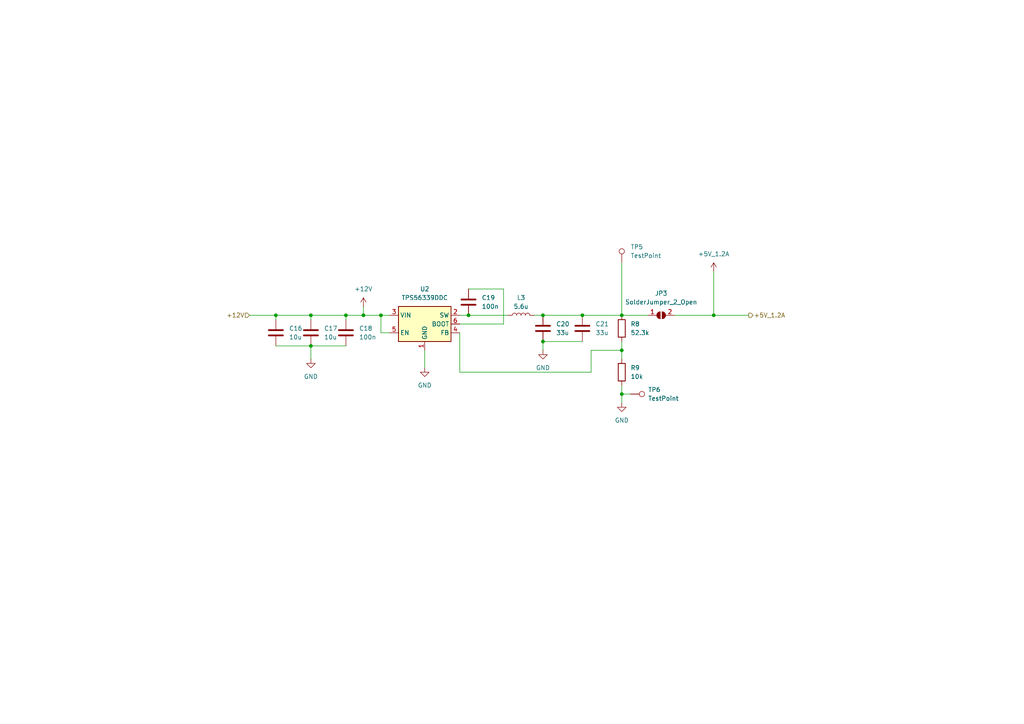
<source format=kicad_sch>
(kicad_sch (version 20231120) (generator "eeschema") (generator_version "8.0")
  (paper "A4")
  (lib_symbols
    (symbol "+12V_1" (power) (pin_numbers hide) (pin_names (offset 0) hide)
      (property "Value" "+12V" (at 0 3.556 0))
      (symbol "+12V_1_0_1"
        (polyline (pts (xy -0.762 1.27) (xy 0 2.54)))
        (polyline (pts (xy 0 0) (xy 0 2.54)))
        (polyline (pts (xy 0 2.54) (xy 0.762 1.27)))
      )
      (symbol "+12V_1_1_1"
        (pin power_in line (at 0 0 90) (length 0) (name "~") (number "1"))
      )
    )
    (symbol "Connector:TestPoint" (pin_numbers hide) (pin_names (offset 0.762) hide)
      (property "Reference" "TP" (at 0 6.858 0))
      (property "Value" "TestPoint" (at 0 5.08 0))
      (symbol "TestPoint_0_1"
        (circle (center 0 3.302) (radius 0.762))
      )
      (symbol "TestPoint_1_1"
        (pin passive line (at 0 0 90) (length 2.54) (name "1") (number "1"))
      )
    )
    (symbol "Device:C" (pin_numbers hide) (pin_names (offset 0.254))
      (property "Reference" "C" (at 0.635 2.54 0))
      (property "Value" "C" (at 0.635 -2.54 0))
      (symbol "C_0_1"
        (polyline (pts (xy -2.032 -0.762) (xy 2.032 -0.762)) (stroke (width 0.508)))
        (polyline (pts (xy -2.032 0.762) (xy 2.032 0.762)) (stroke (width 0.508)))
      )
      (symbol "C_1_1"
        (pin passive line (at 0 3.81 270) (length 2.794) (name "~") (number "1"))
        (pin passive line (at 0 -3.81 90) (length 2.794) (name "~") (number "2"))
      )
    )
    (symbol "Device:L" (pin_numbers hide) (pin_names (offset 1.016) hide)
      (property "Reference" "L" (at -1.27 0 90))
      (property "Value" "L" (at 1.905 0 90))
      (symbol "L_0_1"
        (arc (start 0 -2.54) (mid 0.6323 -1.905) (end 0 -1.27))
        (arc (start 0 -1.27) (mid 0.6323 -0.635) (end 0 0))
        (arc (start 0 0) (mid 0.6323 0.635) (end 0 1.27))
        (arc (start 0 1.27) (mid 0.6323 1.905) (end 0 2.54))
      )
      (symbol "L_1_1"
        (pin passive line (at 0 3.81 270) (length 1.27) (name "1") (number "1"))
        (pin passive line (at 0 -3.81 90) (length 1.27) (name "2") (number "2"))
      )
    )
    (symbol "Device:R" (pin_numbers hide) (pin_names (offset 0))
      (property "Reference" "R" (at 2.032 0 90))
      (property "Value" "R" (at 0 0 90))
      (symbol "R_0_1"
        (rectangle (start -1.016 -2.54) (end 1.016 2.54) (stroke (width 0.254)))
      )
      (symbol "R_1_1"
        (pin passive line (at 0 3.81 270) (length 1.27) (name "~") (number "1"))
        (pin passive line (at 0 -3.81 90) (length 1.27) (name "~") (number "2"))
      )
    )
    (symbol "GND_1" (power) (pin_numbers hide) (pin_names (offset 0) hide)
      (property "Value" "GND" (at 0 -3.81 0))
      (symbol "GND_1_0_1"
        (polyline (pts (xy 0 0) (xy 0 -1.27) (xy 1.27 -1.27) (xy 0 -2.54) (xy -1.27 -1.27) (xy 0 -1.27)))
      )
      (symbol "GND_1_1_1"
        (pin power_in line (at 0 0 270) (length 0) (name "~") (number "1"))
      )
    )
    (symbol "GND_3" (power) (pin_numbers hide) (pin_names (offset 0) hide)
      (property "Value" "GND" (at 0 -3.81 0))
      (symbol "GND_3_0_1"
        (polyline (pts (xy 0 0) (xy 0 -1.27) (xy 1.27 -1.27) (xy 0 -2.54) (xy -1.27 -1.27) (xy 0 -1.27)))
      )
      (symbol "GND_3_1_1"
        (pin power_in line (at 0 0 270) (length 0) (name "~") (number "1"))
      )
    )
    (symbol "Jumper:SolderJumper_2_Open" (pin_names (offset 0) hide)
      (property "Reference" "JP" (at 0 2.032 0))
      (property "Value" "SolderJumper_2_Open" (at 0 -2.54 0))
      (symbol "SolderJumper_2_Open_0_1"
        (arc (start -0.254 1.016) (mid -1.2656 0) (end -0.254 -1.016))
        (arc (start -0.254 1.016) (mid -1.2656 0) (end -0.254 -1.016) (fill (type outline)))
        (polyline (pts (xy -0.254 1.016) (xy -0.254 -1.016)))
        (polyline (pts (xy 0.254 1.016) (xy 0.254 -1.016)))
        (arc (start 0.254 -1.016) (mid 1.2656 0) (end 0.254 1.016))
        (arc (start 0.254 -1.016) (mid 1.2656 0) (end 0.254 1.016) (fill (type outline)))
      )
      (symbol "SolderJumper_2_Open_1_1"
        (pin passive line (at -3.81 0 0) (length 2.54) (name "A") (number "1"))
        (pin passive line (at 3.81 0 180) (length 2.54) (name "B") (number "2"))
      )
    )
    (symbol "Regulator_Switching:TPS56339DDC"
      (property "Reference" "U" (at -7.62 6.35 0))
      (property "Value" "TPS56339DDC" (at -2.54 6.35 0))
      (symbol "TPS56339DDC_0_1"
        (rectangle (start -7.62 5.08) (end 7.62 -5.08) (stroke (width 0.254)) (fill (type background)))
      )
      (symbol "TPS56339DDC_1_1"
        (pin power_in line (at 0 -7.62 90) (length 2.54) (name "GND") (number "1"))
        (pin power_out line (at 10.16 2.54 180) (length 2.54) (name "SW") (number "2"))
        (pin power_in line (at -10.16 2.54 0) (length 2.54) (name "VIN") (number "3"))
        (pin input line (at 10.16 -2.54 180) (length 2.54) (name "FB") (number "4"))
        (pin input line (at -10.16 -2.54 0) (length 2.54) (name "EN") (number "5"))
        (pin passive line (at 10.16 0 180) (length 2.54) (name "BOOT") (number "6"))
      )
    )
    (symbol "power:+5V" (power) (pin_numbers hide) (pin_names (offset 0) hide)
      (property "Value" "+5V" (at 0 3.556 0))
      (symbol "+5V_0_1"
        (polyline (pts (xy -0.762 1.27) (xy 0 2.54)))
        (polyline (pts (xy 0 0) (xy 0 2.54)))
        (polyline (pts (xy 0 2.54) (xy 0.762 1.27)))
      )
      (symbol "+5V_1_1"
        (pin power_in line (at 0 0 90) (length 0) (name "~") (number "1"))
      )
    )
  )
  (junction (at 157.48 99.06))
  (junction (at 110.49 91.44))
  (junction (at 100.33 91.44))
  (junction (at 157.48 91.44))
  (junction (at 105.41 91.44))
  (junction (at 90.17 100.33))
  (junction (at 80.01 91.44))
  (junction (at 207.01 91.44))
  (junction (at 180.34 91.44))
  (junction (at 90.17 91.44))
  (junction (at 180.34 114.3))
  (junction (at 168.91 91.44))
  (junction (at 135.89 91.44))
  (junction (at 180.34 101.6))
  (wire (pts (xy 168.91 91.44) (xy 180.34 91.44)))
  (wire (pts (xy 180.34 101.6) (xy 180.34 104.14)))
  (wire (pts (xy 105.41 88.9) (xy 105.41 91.44)))
  (wire (pts (xy 187.96 91.44) (xy 180.34 91.44)))
  (wire (pts (xy 133.35 93.98) (xy 146.05 93.98)))
  (wire (pts (xy 90.17 91.44) (xy 80.01 91.44)))
  (wire (pts (xy 157.48 91.44) (xy 168.91 91.44)))
  (wire (pts (xy 171.45 107.95) (xy 171.45 101.6)))
  (wire (pts (xy 133.35 96.52) (xy 133.35 107.95)))
  (wire (pts (xy 90.17 91.44) (xy 90.17 92.71)))
  (wire (pts (xy 157.48 99.06) (xy 157.48 101.6)))
  (wire (pts (xy 110.49 96.52) (xy 113.03 96.52)))
  (wire (pts (xy 180.34 114.3) (xy 182.88 114.3)))
  (wire (pts (xy 146.05 83.82) (xy 135.89 83.82)))
  (wire (pts (xy 146.05 93.98) (xy 146.05 83.82)))
  (wire (pts (xy 180.34 76.2) (xy 180.34 91.44)))
  (wire (pts (xy 207.01 91.44) (xy 217.17 91.44)))
  (wire (pts (xy 207.01 91.44) (xy 207.01 78.74)))
  (wire (pts (xy 195.58 91.44) (xy 207.01 91.44)))
  (wire (pts (xy 90.17 100.33) (xy 90.17 104.14)))
  (wire (pts (xy 180.34 99.06) (xy 180.34 101.6)))
  (wire (pts (xy 123.19 101.6) (xy 123.19 106.68)))
  (wire (pts (xy 80.01 91.44) (xy 80.01 92.71)))
  (wire (pts (xy 157.48 99.06) (xy 168.91 99.06)))
  (wire (pts (xy 100.33 91.44) (xy 100.33 92.71)))
  (wire (pts (xy 133.35 107.95) (xy 171.45 107.95)))
  (wire (pts (xy 133.35 91.44) (xy 135.89 91.44)))
  (wire (pts (xy 110.49 91.44) (xy 110.49 96.52)))
  (wire (pts (xy 90.17 100.33) (xy 100.33 100.33)))
  (wire (pts (xy 135.89 91.44) (xy 147.32 91.44)))
  (wire (pts (xy 110.49 91.44) (xy 113.03 91.44)))
  (wire (pts (xy 72.39 91.44) (xy 80.01 91.44)))
  (wire (pts (xy 100.33 91.44) (xy 105.41 91.44)))
  (wire (pts (xy 80.01 100.33) (xy 90.17 100.33)))
  (wire (pts (xy 105.41 91.44) (xy 110.49 91.44)))
  (wire (pts (xy 171.45 101.6) (xy 180.34 101.6)))
  (wire (pts (xy 180.34 114.3) (xy 180.34 116.84)))
  (wire (pts (xy 154.94 91.44) (xy 157.48 91.44)))
  (wire (pts (xy 90.17 91.44) (xy 100.33 91.44)))
  (wire (pts (xy 180.34 111.76) (xy 180.34 114.3)))
  (hierarchical_label "+12V" (shape input) (at 72.39 91.44 180))
  (hierarchical_label "+5V_1.2A" (shape output) (at 217.17 91.44 0))
  (symbol (lib_id "Device:C") (at 168.91 95.25 0) (unit 1)
    (property "Reference" "C21" (at 172.72 93.9799 0) (effects (justify left)))
    (property "Value" "33u" (at 172.72 96.5199 0) (effects (justify left)))
    (property "Footprint" "Capacitor_SMD:C_1206_3216Metric_Pad1.33x1.80mm_HandSolder" (effects (hide yes)))
    (property "Description" "Unpolarized capacitor" (effects (hide yes)))
  )
  (symbol (lib_id "Regulator_Switching:TPS56339DDC") (at 123.19 93.98 0) (unit 1)
    (property "Reference" "U2" (at 123.19 83.82 0))
    (property "Value" "TPS56339DDC" (at 123.19 86.36 0))
    (property "Footprint" "Package_TO_SOT_SMD:SOT-23-6" (effects (hide yes)))
    (property "Datasheet" "https://www.ti.com/lit/ds/symlink/tps56339.pdf" (effects (hide yes)))
    (property "Description" "4.5V to 24V Input, 3-A Output Synchronous Buck Converter, SOT-23-6" (effects (hide yes)))
  )
  (symbol (lib_id "power:+5V") (at 207.01 78.74 0) (unit 1)
    (property "Reference" "#PWR046" (effects (hide yes)))
    (property "Value" "+5V_1.2A" (at 207.01 73.66 0))
    (property "Description" "Power symbol creates a global label with name \"+5V\"" (effects (hide yes)))
  )
  (symbol (lib_name "GND_3") (lib_id "power:GND") (at 157.48 101.6 0) (unit 1)
    (property "Reference" "#PWR043" (effects (hide yes)))
    (property "Value" "GND" (at 157.48 106.68 0))
    (property "Description" "Power symbol creates a global label with name \"GND\" , ground" (effects (hide yes)))
  )
  (symbol (lib_id "Device:R") (at 180.34 95.25 0) (unit 1)
    (property "Reference" "R8" (at 182.88 93.9799 0) (effects (justify left)))
    (property "Value" "52.3k" (at 182.88 96.5199 0) (effects (justify left)))
    (property "Footprint" "Resistor_THT:R_Axial_DIN0207_L6.3mm_D2.5mm_P7.62mm_Horizontal" (effects (hide yes)))
    (property "Description" "Resistor" (effects (hide yes)))
  )
  (symbol (lib_name "GND_3") (lib_id "power:GND") (at 123.19 106.68 0) (unit 1)
    (property "Reference" "#PWR042" (effects (hide yes)))
    (property "Value" "GND" (at 123.19 111.76 0))
    (property "Description" "Power symbol creates a global label with name \"GND\" , ground" (effects (hide yes)))
  )
  (symbol (lib_id "Device:C") (at 90.17 96.52 0) (unit 1)
    (property "Reference" "C17" (at 93.98 95.2499 0) (effects (justify left)))
    (property "Value" "10u" (at 93.98 97.7899 0) (effects (justify left)))
    (property "Footprint" "Capacitor_SMD:C_1206_3216Metric_Pad1.33x1.80mm_HandSolder" (effects (hide yes)))
    (property "Description" "Unpolarized capacitor" (effects (hide yes)))
  )
  (symbol (lib_name "+12V_1") (lib_id "power:+12V") (at 105.41 88.9 0) (unit 1)
    (property "Reference" "#PWR041" (effects (hide yes)))
    (property "Value" "+12V" (at 105.41 83.82 0))
    (property "Description" "Power symbol creates a global label with name \"+12V\"" (effects (hide yes)))
  )
  (symbol (lib_id "Jumper:SolderJumper_2_Open") (at 191.77 91.44 0) (unit 1)
    (property "Reference" "JP3" (at 191.77 85.09 0))
    (property "Value" "SolderJumper_2_Open" (at 191.77 87.63 0))
    (property "Footprint" "Jumper:SolderJumper-2_P1.3mm_Open_TrianglePad1.0x1.5mm" (effects (hide yes)))
    (property "Description" "Solder Jumper, 2-pole, open" (effects (hide yes)))
  )
  (symbol (lib_id "Device:R") (at 180.34 107.95 0) (unit 1)
    (property "Reference" "R9" (at 182.88 106.6799 0) (effects (justify left)))
    (property "Value" "10k" (at 182.88 109.2199 0) (effects (justify left)))
    (property "Footprint" "Resistor_THT:R_Axial_DIN0207_L6.3mm_D2.5mm_P7.62mm_Horizontal" (effects (hide yes)))
    (property "Description" "Resistor" (effects (hide yes)))
  )
  (symbol (lib_id "Device:C") (at 80.01 96.52 0) (unit 1)
    (property "Reference" "C16" (at 83.82 95.2499 0) (effects (justify left)))
    (property "Value" "10u" (at 83.82 97.7899 0) (effects (justify left)))
    (property "Footprint" "Capacitor_SMD:C_1206_3216Metric_Pad1.33x1.80mm_HandSolder" (effects (hide yes)))
    (property "Description" "Unpolarized capacitor" (effects (hide yes)))
  )
  (symbol (lib_name "GND_1") (lib_id "power:GND") (at 90.17 104.14 0) (unit 1)
    (property "Reference" "#PWR040" (effects (hide yes)))
    (property "Value" "GND" (at 90.17 109.22 0))
    (property "Description" "Power symbol creates a global label with name \"GND\" , ground" (effects (hide yes)))
  )
  (symbol (lib_id "Connector:TestPoint") (at 180.34 76.2 0) (unit 1)
    (property "Reference" "TP5" (at 182.88 71.6279 0) (effects (justify left)))
    (property "Value" "TestPoint" (at 182.88 74.1679 0) (effects (justify left)))
    (property "Footprint" "Connector_PinHeader_2.54mm:PinHeader_1x01_P2.54mm_Vertical" (effects (hide yes)))
    (property "Description" "test point" (effects (hide yes)))
  )
  (symbol (lib_id "Device:C") (at 135.89 87.63 0) (unit 1)
    (property "Reference" "C19" (at 139.7 86.3599 0) (effects (justify left)))
    (property "Value" "100n" (at 139.7 88.8999 0) (effects (justify left)))
    (property "Footprint" "Capacitor_SMD:C_1206_3216Metric_Pad1.33x1.80mm_HandSolder" (effects (hide yes)))
    (property "Description" "Unpolarized capacitor" (effects (hide yes)))
  )
  (symbol (lib_id "Device:C") (at 157.48 95.25 0) (unit 1)
    (property "Reference" "C20" (at 161.29 93.9799 0) (effects (justify left)))
    (property "Value" "33u" (at 161.29 96.5199 0) (effects (justify left)))
    (property "Footprint" "Capacitor_SMD:C_1206_3216Metric_Pad1.33x1.80mm_HandSolder" (effects (hide yes)))
    (property "Description" "Unpolarized capacitor" (effects (hide yes)))
  )
  (symbol (lib_id "Device:C") (at 100.33 96.52 0) (unit 1)
    (property "Reference" "C18" (at 104.14 95.2499 0) (effects (justify left)))
    (property "Value" "100n" (at 104.14 97.7899 0) (effects (justify left)))
    (property "Footprint" "Capacitor_SMD:C_1206_3216Metric_Pad1.33x1.80mm_HandSolder" (effects (hide yes)))
    (property "Description" "Unpolarized capacitor" (effects (hide yes)))
  )
  (symbol (lib_id "Connector:TestPoint") (at 182.88 114.3 270) (unit 1)
    (property "Reference" "TP6" (at 187.96 113.0299 90) (effects (justify left)))
    (property "Value" "TestPoint" (at 187.96 115.5699 90) (effects (justify left)))
    (property "Footprint" "Connector_PinHeader_2.54mm:PinHeader_1x01_P2.54mm_Vertical" (effects (hide yes)))
    (property "Description" "test point" (effects (hide yes)))
  )
  (symbol (lib_name "GND_3") (lib_id "power:GND") (at 180.34 116.84 0) (unit 1)
    (property "Reference" "#PWR044" (effects (hide yes)))
    (property "Value" "GND" (at 180.34 121.92 0))
    (property "Description" "Power symbol creates a global label with name \"GND\" , ground" (effects (hide yes)))
  )
  (symbol (lib_id "Device:L") (at 151.13 91.44 90) (unit 1)
    (property "Reference" "L3" (at 151.13 86.36 90))
    (property "Value" "5.6u" (at 151.13 88.9 90))
    (property "Footprint" "Inductor_SMD:L_1008_2520Metric" (effects (hide yes)))
    (property "Description" "Inductor" (effects (hide yes)))
  )
)
</source>
